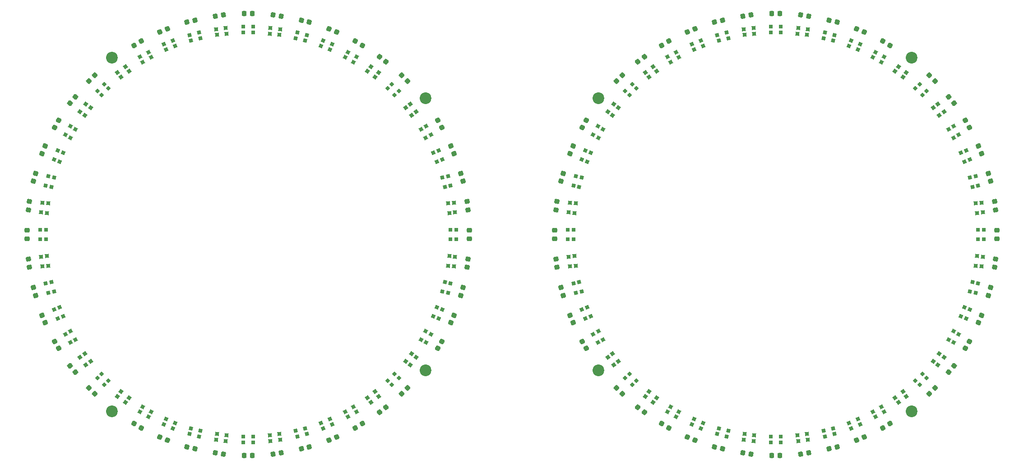
<source format=gts>
G04 #@! TF.GenerationSoftware,KiCad,Pcbnew,8.0.4*
G04 #@! TF.CreationDate,2025-02-16T16:38:41+11:00*
G04 #@! TF.ProjectId,LGS_FrontPCB,4c47535f-4672-46f6-9e74-5043422e6b69,rev?*
G04 #@! TF.SameCoordinates,Original*
G04 #@! TF.FileFunction,Soldermask,Top*
G04 #@! TF.FilePolarity,Negative*
%FSLAX46Y46*%
G04 Gerber Fmt 4.6, Leading zero omitted, Abs format (unit mm)*
G04 Created by KiCad (PCBNEW 8.0.4) date 2025-02-16 16:38:41*
%MOMM*%
%LPD*%
G01*
G04 APERTURE LIST*
G04 Aperture macros list*
%AMRoundRect*
0 Rectangle with rounded corners*
0 $1 Rounding radius*
0 $2 $3 $4 $5 $6 $7 $8 $9 X,Y pos of 4 corners*
0 Add a 4 corners polygon primitive as box body*
4,1,4,$2,$3,$4,$5,$6,$7,$8,$9,$2,$3,0*
0 Add four circle primitives for the rounded corners*
1,1,$1+$1,$2,$3*
1,1,$1+$1,$4,$5*
1,1,$1+$1,$6,$7*
1,1,$1+$1,$8,$9*
0 Add four rect primitives between the rounded corners*
20,1,$1+$1,$2,$3,$4,$5,0*
20,1,$1+$1,$4,$5,$6,$7,0*
20,1,$1+$1,$6,$7,$8,$9,0*
20,1,$1+$1,$8,$9,$2,$3,0*%
%AMRotRect*
0 Rectangle, with rotation*
0 The origin of the aperture is its center*
0 $1 length*
0 $2 width*
0 $3 Rotation angle, in degrees counterclockwise*
0 Add horizontal line*
21,1,$1,$2,0,0,$3*%
G04 Aperture macros list end*
%ADD10RotRect,0.700000X0.700000X262.500000*%
%ADD11RotRect,0.700000X0.700000X255.000000*%
%ADD12RotRect,0.700000X0.700000X247.500000*%
%ADD13RotRect,0.700000X0.700000X240.000000*%
%ADD14RotRect,0.700000X0.700000X232.500000*%
%ADD15RotRect,0.700000X0.700000X225.000000*%
%ADD16RotRect,0.700000X0.700000X217.500000*%
%ADD17RotRect,0.700000X0.700000X210.000000*%
%ADD18RotRect,0.700000X0.700000X202.500000*%
%ADD19RotRect,0.700000X0.700000X195.000000*%
%ADD20RotRect,0.700000X0.700000X187.500000*%
%ADD21R,0.700000X0.700000*%
%ADD22RotRect,0.700000X0.700000X172.500000*%
%ADD23RotRect,0.700000X0.700000X165.000000*%
%ADD24RotRect,0.700000X0.700000X157.500000*%
%ADD25RotRect,0.700000X0.700000X150.000000*%
%ADD26RotRect,0.700000X0.700000X142.500000*%
%ADD27RotRect,0.700000X0.700000X135.000000*%
%ADD28RotRect,0.700000X0.700000X127.500000*%
%ADD29RotRect,0.700000X0.700000X120.000000*%
%ADD30RotRect,0.700000X0.700000X112.500000*%
%ADD31RotRect,0.700000X0.700000X105.000000*%
%ADD32RotRect,0.700000X0.700000X97.500000*%
%ADD33RotRect,0.700000X0.700000X82.500000*%
%ADD34RotRect,0.700000X0.700000X75.000000*%
%ADD35RotRect,0.700000X0.700000X67.500000*%
%ADD36RotRect,0.700000X0.700000X60.000000*%
%ADD37RotRect,0.700000X0.700000X52.500000*%
%ADD38RotRect,0.700000X0.700000X45.000000*%
%ADD39RotRect,0.700000X0.700000X37.500000*%
%ADD40RotRect,0.700000X0.700000X30.000000*%
%ADD41RotRect,0.700000X0.700000X22.500000*%
%ADD42RotRect,0.700000X0.700000X15.000000*%
%ADD43RotRect,0.700000X0.700000X7.500000*%
%ADD44RotRect,0.700000X0.700000X352.500000*%
%ADD45RotRect,0.700000X0.700000X345.000000*%
%ADD46RotRect,0.700000X0.700000X337.500000*%
%ADD47RotRect,0.700000X0.700000X330.000000*%
%ADD48RotRect,0.700000X0.700000X322.500000*%
%ADD49RotRect,0.700000X0.700000X315.000000*%
%ADD50RotRect,0.700000X0.700000X307.500000*%
%ADD51RotRect,0.700000X0.700000X300.000000*%
%ADD52RotRect,0.700000X0.700000X292.500000*%
%ADD53RotRect,0.700000X0.700000X285.000000*%
%ADD54RotRect,0.700000X0.700000X277.500000*%
%ADD55RoundRect,0.225000X0.218493X-0.255707X0.277230X0.190444X-0.218493X0.255707X-0.277230X-0.190444X0*%
%ADD56RoundRect,0.225000X0.183247X-0.282038X0.299716X0.152629X-0.183247X0.282038X-0.299716X-0.152629X0*%
%ADD57RoundRect,0.225000X0.144866X-0.303544X0.317074X0.112202X-0.144866X0.303544X-0.317074X-0.112202X0*%
%ADD58RoundRect,0.225000X0.104006X-0.319856X0.329006X0.069856X-0.104006X0.319856X-0.329006X-0.069856X0*%
%ADD59RoundRect,0.225000X0.017678X-0.335876X0.335876X-0.017678X-0.017678X0.335876X-0.335876X0.017678X0*%
%ADD60RoundRect,0.225000X-0.069856X-0.329006X0.319856X-0.104006X0.069856X0.329006X-0.319856X0.104006X0*%
%ADD61RoundRect,0.225000X-0.112202X-0.317074X0.303544X-0.144866X0.112202X0.317074X-0.303544X0.144866X0*%
%ADD62RoundRect,0.225000X-0.152629X-0.299716X0.282038X-0.183247X0.152629X0.299716X-0.282038X0.183247X0*%
%ADD63RoundRect,0.225000X-0.190444X-0.277230X0.255707X-0.218493X0.190444X0.277230X-0.255707X0.218493X0*%
%ADD64RoundRect,0.225000X-0.225000X-0.250000X0.225000X-0.250000X0.225000X0.250000X-0.225000X0.250000X0*%
%ADD65RoundRect,0.225000X-0.255707X-0.218493X0.190444X-0.277230X0.255707X0.218493X-0.190444X0.277230X0*%
%ADD66RoundRect,0.225000X-0.282038X-0.183247X0.152629X-0.299716X0.282038X0.183247X-0.152629X0.299716X0*%
%ADD67RoundRect,0.225000X-0.303544X-0.144866X0.112202X-0.317074X0.303544X0.144866X-0.112202X0.317074X0*%
%ADD68RoundRect,0.225000X-0.319856X-0.104006X0.069856X-0.329006X0.319856X0.104006X-0.069856X0.329006X0*%
%ADD69RoundRect,0.225000X-0.335876X-0.017678X-0.017678X-0.335876X0.335876X0.017678X0.017678X0.335876X0*%
%ADD70RoundRect,0.225000X-0.335310X0.026314X-0.061367X-0.330695X0.335310X-0.026314X0.061367X0.330695X0*%
%ADD71RoundRect,0.225000X-0.329006X0.069856X-0.104006X-0.319856X0.329006X-0.069856X0.104006X0.319856X0*%
%ADD72RoundRect,0.225000X-0.317074X0.112202X-0.144866X-0.303544X0.317074X-0.112202X0.144866X0.303544X0*%
%ADD73RoundRect,0.225000X-0.299716X0.152629X-0.183247X-0.282038X0.299716X-0.152629X0.183247X0.282038X0*%
%ADD74RoundRect,0.225000X-0.277230X0.190444X-0.218493X-0.255707X0.277230X-0.190444X0.218493X0.255707X0*%
%ADD75RoundRect,0.225000X-0.250000X0.225000X-0.250000X-0.225000X0.250000X-0.225000X0.250000X0.225000X0*%
%ADD76RoundRect,0.225000X-0.218493X0.255707X-0.277230X-0.190444X0.218493X-0.255707X0.277230X0.190444X0*%
%ADD77RoundRect,0.225000X-0.183247X0.282038X-0.299716X-0.152629X0.183247X-0.282038X0.299716X0.152629X0*%
%ADD78RoundRect,0.225000X-0.144866X0.303544X-0.317074X-0.112202X0.144866X-0.303544X0.317074X0.112202X0*%
%ADD79RoundRect,0.225000X-0.104006X0.319856X-0.329006X-0.069856X0.104006X-0.319856X0.329006X0.069856X0*%
%ADD80RoundRect,0.225000X-0.061367X0.330695X-0.335310X-0.026314X0.061367X-0.330695X0.335310X0.026314X0*%
%ADD81RoundRect,0.225000X-0.017678X0.335876X-0.335876X0.017678X0.017678X-0.335876X0.335876X-0.017678X0*%
%ADD82RoundRect,0.225000X0.069856X0.329006X-0.319856X0.104006X-0.069856X-0.329006X0.319856X-0.104006X0*%
%ADD83RoundRect,0.225000X0.112202X0.317074X-0.303544X0.144866X-0.112202X-0.317074X0.303544X-0.144866X0*%
%ADD84RoundRect,0.225000X0.152629X0.299716X-0.282038X0.183247X-0.152629X-0.299716X0.282038X-0.183247X0*%
%ADD85RoundRect,0.225000X0.190444X0.277230X-0.255707X0.218493X-0.190444X-0.277230X0.255707X-0.218493X0*%
%ADD86RoundRect,0.225000X0.225000X0.250000X-0.225000X0.250000X-0.225000X-0.250000X0.225000X-0.250000X0*%
%ADD87RoundRect,0.225000X0.255707X0.218493X-0.190444X0.277230X-0.255707X-0.218493X0.190444X-0.277230X0*%
%ADD88RoundRect,0.225000X0.282038X0.183247X-0.152629X0.299716X-0.282038X-0.183247X0.152629X-0.299716X0*%
%ADD89RoundRect,0.225000X0.303544X0.144866X-0.112202X0.317074X-0.303544X-0.144866X0.112202X-0.317074X0*%
%ADD90RoundRect,0.225000X0.319856X0.104006X-0.069856X0.329006X-0.319856X-0.104006X0.069856X-0.329006X0*%
%ADD91RoundRect,0.225000X0.330695X0.061367X-0.026314X0.335310X-0.330695X-0.061367X0.026314X-0.335310X0*%
%ADD92RoundRect,0.225000X0.335876X0.017678X0.017678X0.335876X-0.335876X-0.017678X-0.017678X-0.335876X0*%
%ADD93RoundRect,0.225000X0.329006X-0.069856X0.104006X0.319856X-0.329006X0.069856X-0.104006X-0.319856X0*%
%ADD94RoundRect,0.225000X0.317074X-0.112202X0.144866X0.303544X-0.317074X0.112202X-0.144866X-0.303544X0*%
%ADD95RoundRect,0.225000X0.299716X-0.152629X0.183247X0.282038X-0.299716X0.152629X-0.183247X-0.282038X0*%
%ADD96RoundRect,0.225000X0.277230X-0.190444X0.218493X0.255707X-0.277230X0.190444X-0.218493X-0.255707X0*%
%ADD97RoundRect,0.225000X0.250000X-0.225000X0.250000X0.225000X-0.250000X0.225000X-0.250000X-0.225000X0*%
%ADD98RoundRect,0.225000X0.335310X-0.026314X0.061367X0.330695X-0.335310X0.026314X-0.061367X-0.330695X0*%
%ADD99RoundRect,0.225000X-0.330695X-0.061367X0.026314X-0.335310X0.330695X0.061367X-0.026314X0.335310X0*%
%ADD100C,2.200000*%
%ADD101RoundRect,0.225000X-0.026314X-0.335310X0.330695X-0.061367X0.026314X0.335310X-0.330695X0.061367X0*%
%ADD102RoundRect,0.225000X0.061367X-0.330695X0.335310X0.026314X-0.061367X0.330695X-0.335310X-0.026314X0*%
%ADD103RoundRect,0.225000X0.026314X0.335310X-0.330695X0.061367X-0.026314X-0.335310X0.330695X-0.061367X0*%
G04 APERTURE END LIST*
D10*
X-60403510Y-6004220D03*
X-61494094Y-5860645D03*
X-61255236Y-4046298D03*
X-60164652Y-4189873D03*
D11*
X-61517416Y-10990707D03*
X-62579930Y-10706010D03*
X-62106296Y-8938361D03*
X-61043782Y-9223058D03*
D12*
X-63272659Y-15789138D03*
X-64288923Y-15368192D03*
X-63588617Y-13677488D03*
X-62572353Y-14098434D03*
D13*
X-65639207Y-20317414D03*
X-66591833Y-19767420D03*
X-65676837Y-18182588D03*
X-64724211Y-18732582D03*
D14*
X-68576568Y-24498053D03*
X-69449256Y-23828422D03*
X-68335226Y-22376579D03*
X-67462538Y-23046210D03*
D15*
X-72034480Y-28259521D03*
X-72812297Y-27481711D03*
X-71518294Y-26187699D03*
X-70740477Y-26965509D03*
D16*
X-75953784Y-31537465D03*
X-76623422Y-30664783D03*
X-75171586Y-29550743D03*
X-74501948Y-30423425D03*
D17*
X-80267411Y-34275792D03*
X-80817412Y-33323171D03*
X-79232585Y-32408164D03*
X-78682584Y-33360785D03*
D18*
X-84901560Y-36427651D03*
X-85322512Y-35411390D03*
X-83631812Y-34711073D03*
X-83210860Y-35727334D03*
D19*
X-89776937Y-37956224D03*
X-90061638Y-36893709D03*
X-88293993Y-36420066D03*
X-88009292Y-37482581D03*
D20*
X-94810123Y-38835354D03*
X-94953704Y-37744771D03*
X-93139357Y-37505902D03*
X-92995776Y-38596485D03*
D21*
X-99915000Y-39050000D03*
X-99915003Y-37950006D03*
X-98085000Y-37950000D03*
X-98084997Y-39049994D03*
D22*
X-105004218Y-38596491D03*
X-104860643Y-37505907D03*
X-103046296Y-37744765D03*
X-103189871Y-38835349D03*
D23*
X-109990705Y-37482585D03*
X-109706008Y-36420071D03*
X-107938359Y-36893705D03*
X-108223056Y-37956219D03*
D24*
X-114789136Y-35727342D03*
X-114368190Y-34711078D03*
X-112677486Y-35411384D03*
X-113098432Y-36427648D03*
D25*
X-119317412Y-33360794D03*
X-118767418Y-32408168D03*
X-117182586Y-33323164D03*
X-117732580Y-34275790D03*
D26*
X-123498052Y-30423433D03*
X-122828421Y-29550745D03*
X-121376578Y-30664775D03*
X-122046209Y-31537463D03*
D27*
X-127259521Y-26965520D03*
X-126481711Y-26187703D03*
X-125187699Y-27481706D03*
X-125965509Y-28259523D03*
D28*
X-130537464Y-23046217D03*
X-129664782Y-22376579D03*
X-128550742Y-23828415D03*
X-129423424Y-24498053D03*
D29*
X-133275792Y-18732587D03*
X-132323171Y-18182586D03*
X-131408164Y-19767413D03*
X-132360785Y-20317414D03*
D30*
X-135427651Y-14098439D03*
X-134411390Y-13677487D03*
X-133711073Y-15368187D03*
X-134727334Y-15789139D03*
D31*
X-136956223Y-9223062D03*
X-135893708Y-8938361D03*
X-135420065Y-10706006D03*
X-136482580Y-10990707D03*
D32*
X-137835353Y-4189876D03*
X-136744770Y-4046295D03*
X-136505901Y-5860642D03*
X-137596484Y-6004223D03*
D21*
X-138050000Y915000D03*
X-136950006Y915003D03*
X-136950000Y-915000D03*
X-138049994Y-915003D03*
D33*
X-137596490Y6004219D03*
X-136505906Y5860644D03*
X-136744764Y4046297D03*
X-137835348Y4189872D03*
D34*
X-136482584Y10990706D03*
X-135420070Y10706009D03*
X-135893704Y8938360D03*
X-136956218Y9223057D03*
D35*
X-134727341Y15789137D03*
X-133711077Y15368191D03*
X-134411383Y13677487D03*
X-135427647Y14098433D03*
D36*
X-132360793Y20317413D03*
X-131408167Y19767419D03*
X-132323163Y18182587D03*
X-133275789Y18732581D03*
D37*
X-129423434Y24498051D03*
X-128550746Y23828420D03*
X-129664776Y22376577D03*
X-130537464Y23046208D03*
D38*
X-125965518Y28259522D03*
X-125187701Y27481712D03*
X-126481704Y26187700D03*
X-127259521Y26965510D03*
D39*
X-122046218Y31537464D03*
X-121376580Y30664782D03*
X-122828416Y29550742D03*
X-123498054Y30423424D03*
D40*
X-117732586Y34275792D03*
X-117182585Y33323171D03*
X-118767412Y32408164D03*
X-119317413Y33360785D03*
D41*
X-113098438Y36427651D03*
X-112677486Y35411390D03*
X-114368186Y34711073D03*
X-114789138Y35727334D03*
D42*
X-108223061Y37956223D03*
X-107938360Y36893708D03*
X-109706005Y36420065D03*
X-109990706Y37482580D03*
D43*
X-103189875Y38835353D03*
X-103046294Y37744770D03*
X-104860641Y37505901D03*
X-105004222Y38596484D03*
D21*
X-98085000Y39050000D03*
X-98084997Y37950006D03*
X-99915000Y37950000D03*
X-99915003Y39049994D03*
D44*
X-92995781Y38596490D03*
X-93139356Y37505906D03*
X-94953703Y37744764D03*
X-94810128Y38835348D03*
D45*
X-88009294Y37482584D03*
X-88293991Y36420070D03*
X-90061640Y36893704D03*
X-89776943Y37956218D03*
D46*
X-83210863Y35727341D03*
X-83631809Y34711077D03*
X-85322513Y35411383D03*
X-84901567Y36427647D03*
D47*
X-78682587Y33360793D03*
X-79232581Y32408167D03*
X-80817413Y33323163D03*
X-80267419Y34275789D03*
D48*
X-74501949Y30423434D03*
X-75171580Y29550746D03*
X-76623423Y30664776D03*
X-75953792Y31537464D03*
D49*
X-70740478Y26965518D03*
X-71518288Y26187701D03*
X-72812300Y27481704D03*
X-72034490Y28259521D03*
D50*
X-67462536Y23046218D03*
X-68335218Y22376580D03*
X-69449258Y23828416D03*
X-68576576Y24498054D03*
D51*
X-64724208Y18732587D03*
X-65676829Y18182586D03*
X-66591836Y19767413D03*
X-65639215Y20317414D03*
D52*
X-62572349Y14098438D03*
X-63588610Y13677486D03*
X-64288927Y15368186D03*
X-63272666Y15789138D03*
D53*
X-61043777Y9223061D03*
X-62106292Y8938360D03*
X-62579935Y10706005D03*
X-61517420Y10990706D03*
D54*
X-60164647Y4189875D03*
X-61255230Y4046294D03*
X-61494099Y5860641D03*
X-60403516Y6004222D03*
D21*
X-59950000Y-915000D03*
X-61049994Y-915003D03*
X-61050000Y915000D03*
X-59950006Y915003D03*
D33*
X-38596487Y6004219D03*
X-37505900Y5860643D03*
X-37744767Y4046297D03*
X-38835354Y4189873D03*
D34*
X-37482584Y10990706D03*
X-36420063Y10706005D03*
X-36893704Y8938360D03*
X-37956225Y9223061D03*
D35*
X-35727340Y15789137D03*
X-34711071Y15368186D03*
X-35411384Y13677487D03*
X-36427653Y14098438D03*
D36*
X-33360793Y20317413D03*
X-32408163Y19767412D03*
X-33323163Y18182587D03*
X-34275793Y18732588D03*
D37*
X-30423432Y24498051D03*
X-29550741Y23828414D03*
X-30664774Y22376577D03*
X-31537465Y23046214D03*
D38*
X-26965518Y28259522D03*
X-26187698Y27481704D03*
X-27481704Y26187700D03*
X-28259524Y26965518D03*
D39*
X-23046216Y31537462D03*
X-22376578Y30664773D03*
X-23828416Y29550742D03*
X-24498054Y30423431D03*
D40*
X-18732589Y34275792D03*
X-18182585Y33323164D03*
X-19767411Y32408164D03*
X-20317415Y33360792D03*
D41*
X-14098437Y36427649D03*
X-13677485Y35411383D03*
X-15368187Y34711075D03*
X-15789139Y35727341D03*
D42*
X-9223061Y37956223D03*
X-8938359Y36893705D03*
X-10706005Y36420065D03*
X-10990707Y37482583D03*
D43*
X-4189875Y38835353D03*
X-4046296Y37744762D03*
X-5860641Y37505901D03*
X-6004220Y38596492D03*
D21*
X915000Y39050000D03*
X915001Y37949998D03*
X-915000Y37950000D03*
X-915001Y39050002D03*
D44*
X6004219Y38596487D03*
X5860643Y37505900D03*
X4046297Y37744767D03*
X4189873Y38835354D03*
D45*
X10990706Y37482584D03*
X10706005Y36420063D03*
X8938360Y36893704D03*
X9223061Y37956225D03*
D46*
X15789137Y35727340D03*
X15368186Y34711071D03*
X13677487Y35411384D03*
X14098438Y36427653D03*
D47*
X20317413Y33360793D03*
X19767412Y32408163D03*
X18182587Y33323163D03*
X18732588Y34275793D03*
D48*
X24498051Y30423432D03*
X23828414Y29550741D03*
X22376577Y30664774D03*
X23046214Y31537465D03*
D49*
X28259522Y26965518D03*
X27481704Y26187698D03*
X26187700Y27481704D03*
X26965518Y28259524D03*
D50*
X31537462Y23046216D03*
X30664773Y22376578D03*
X29550742Y23828416D03*
X30423431Y24498054D03*
D51*
X34275792Y18732589D03*
X33323164Y18182585D03*
X32408164Y19767411D03*
X33360792Y20317415D03*
D52*
X36427649Y14098437D03*
X35411383Y13677485D03*
X34711075Y15368187D03*
X35727341Y15789139D03*
D53*
X37956223Y9223061D03*
X36893705Y8938359D03*
X36420065Y10706005D03*
X37482583Y10990707D03*
D54*
X38835353Y4189875D03*
X37744762Y4046296D03*
X37505901Y5860641D03*
X38596492Y6004220D03*
D21*
X39050000Y-915000D03*
X37949998Y-915001D03*
X37950000Y915000D03*
X39050002Y915001D03*
D10*
X38596487Y-6004219D03*
X37505900Y-5860643D03*
X37744767Y-4046297D03*
X38835354Y-4189873D03*
D11*
X37482584Y-10990706D03*
X36420063Y-10706005D03*
X36893704Y-8938360D03*
X37956225Y-9223061D03*
D12*
X35727340Y-15789137D03*
X34711071Y-15368186D03*
X35411384Y-13677487D03*
X36427653Y-14098438D03*
D13*
X33360793Y-20317412D03*
X32408163Y-19767411D03*
X33323163Y-18182586D03*
X34275793Y-18732587D03*
D14*
X30423432Y-24498051D03*
X29550741Y-23828414D03*
X30664774Y-22376577D03*
X31537465Y-23046214D03*
D15*
X26965518Y-28259522D03*
X26187698Y-27481704D03*
X27481704Y-26187700D03*
X28259524Y-26965518D03*
D16*
X23046216Y-31537462D03*
X22376578Y-30664773D03*
X23828416Y-29550742D03*
X24498054Y-30423431D03*
D17*
X18732588Y-34275792D03*
X18182584Y-33323164D03*
X19767410Y-32408164D03*
X20317414Y-33360792D03*
D18*
X14098437Y-36427649D03*
X13677485Y-35411383D03*
X15368187Y-34711075D03*
X15789139Y-35727341D03*
D19*
X9223061Y-37956223D03*
X8938359Y-36893705D03*
X10706005Y-36420065D03*
X10990707Y-37482583D03*
D20*
X4189875Y-38835353D03*
X4046296Y-37744762D03*
X5860641Y-37505901D03*
X6004220Y-38596492D03*
D21*
X-915000Y-39050000D03*
X-915001Y-37949998D03*
X915000Y-37950000D03*
X915001Y-39050002D03*
D22*
X-6004219Y-38596487D03*
X-5860643Y-37505900D03*
X-4046297Y-37744767D03*
X-4189873Y-38835354D03*
D23*
X-10990706Y-37482584D03*
X-10706005Y-36420063D03*
X-8938360Y-36893704D03*
X-9223061Y-37956225D03*
D24*
X-15789137Y-35727340D03*
X-15368186Y-34711071D03*
X-13677487Y-35411384D03*
X-14098438Y-36427653D03*
D25*
X-20317413Y-33360793D03*
X-19767412Y-32408163D03*
X-18182587Y-33323163D03*
X-18732588Y-34275793D03*
D26*
X-24498051Y-30423432D03*
X-23828414Y-29550741D03*
X-22376577Y-30664774D03*
X-23046214Y-31537465D03*
D27*
X-28259522Y-26965518D03*
X-27481704Y-26187698D03*
X-26187700Y-27481704D03*
X-26965518Y-28259524D03*
D28*
X-31537462Y-23046216D03*
X-30664773Y-22376578D03*
X-29550742Y-23828416D03*
X-30423431Y-24498054D03*
D29*
X-34275792Y-18732588D03*
X-33323164Y-18182584D03*
X-32408164Y-19767410D03*
X-33360792Y-20317414D03*
D30*
X-36427649Y-14098437D03*
X-35411383Y-13677485D03*
X-34711075Y-15368187D03*
X-35727341Y-15789139D03*
D31*
X-37956223Y-9223061D03*
X-36893705Y-8938359D03*
X-36420065Y-10706005D03*
X-37482583Y-10990707D03*
D32*
X-38835353Y-4189875D03*
X-37744762Y-4046296D03*
X-37505901Y-5860641D03*
X-38596492Y-6004220D03*
D21*
X-39050000Y915000D03*
X-37949998Y915001D03*
X-37950000Y-915000D03*
X-39050002Y-915001D03*
D55*
X-57753884Y-4648465D03*
X-57956200Y-6185205D03*
D56*
X-58713494Y-9992395D03*
X-59114664Y-11489581D03*
D57*
X-60362420Y-15165353D03*
X-60955580Y-16597367D03*
D58*
X-62672446Y-20078828D03*
X-63447446Y-21421168D03*
D59*
X-69107060Y-28796921D03*
X-70203076Y-29892937D03*
D60*
X-77578829Y-35552552D03*
X-78921169Y-36327552D03*
D61*
X-82402629Y-38044419D03*
X-83834643Y-38637579D03*
D62*
X-87510415Y-39885335D03*
X-89007601Y-40286505D03*
D63*
X-92814791Y-41043802D03*
X-94351531Y-41246118D03*
D64*
X-98224998Y-41499998D03*
X-99774998Y-41499998D03*
D65*
X-103648464Y-41246116D03*
X-105185204Y-41043800D03*
D66*
X-108992395Y-40286505D03*
X-110489581Y-39885335D03*
D67*
X-114165353Y-38637579D03*
X-115597367Y-38044419D03*
D68*
X-119078827Y-36327553D03*
X-120421167Y-35552553D03*
D69*
X-127796920Y-29892939D03*
X-128892936Y-28796923D03*
D70*
X-131452370Y-25878448D03*
X-132395950Y-24648750D03*
D71*
X-134552550Y-21421168D03*
X-135327550Y-20078828D03*
D72*
X-137044416Y-16597368D03*
X-137637576Y-15165354D03*
D73*
X-138885332Y-11489583D03*
X-139286502Y-9992397D03*
D74*
X-140043800Y-6185207D03*
X-140246116Y-4648467D03*
D75*
X-140499998Y-775002D03*
X-140499998Y774998D03*
D76*
X-140246115Y4648465D03*
X-140043799Y6185205D03*
D77*
X-139286503Y9992395D03*
X-138885333Y11489581D03*
D78*
X-137637577Y15165353D03*
X-137044417Y16597367D03*
D79*
X-135327551Y20078827D03*
X-134552551Y21421167D03*
D80*
X-132395951Y24648747D03*
X-131452371Y25878445D03*
D81*
X-128892937Y28796920D03*
X-127796921Y29892936D03*
D82*
X-120421169Y35552551D03*
X-119078829Y36327551D03*
D83*
X-115597369Y38044417D03*
X-114165355Y38637577D03*
D84*
X-110489583Y39885333D03*
X-108992397Y40286503D03*
D85*
X-105185209Y41043802D03*
X-103648469Y41246118D03*
D86*
X-99775002Y41499998D03*
X-98225002Y41499998D03*
D87*
X-94351535Y41246115D03*
X-92814795Y41043799D03*
D88*
X-89007605Y40286503D03*
X-87510419Y39885333D03*
D89*
X-83834647Y38637577D03*
X-82402633Y38044417D03*
D90*
X-78921173Y36327551D03*
X-77578833Y35552551D03*
D91*
X-74351253Y33395951D03*
X-73121555Y32452371D03*
D92*
X-70203080Y29892937D03*
X-69107064Y28796921D03*
D93*
X-63447450Y21421168D03*
X-62672450Y20078828D03*
D94*
X-60955583Y16597369D03*
X-60362423Y15165355D03*
D95*
X-59114667Y11489583D03*
X-58713497Y9992397D03*
D96*
X-57956198Y6185209D03*
X-57753882Y4648469D03*
D97*
X-57500002Y775002D03*
X-57500002Y-774998D03*
D76*
X-41246119Y4648467D03*
X-41043803Y6185207D03*
D77*
X-40286505Y9992398D03*
X-39885335Y11489584D03*
D78*
X-38637579Y15165356D03*
X-38044419Y16597370D03*
D79*
X-36327553Y20078830D03*
X-35552553Y21421170D03*
D81*
X-29892938Y28796923D03*
X-28796922Y29892939D03*
D82*
X-21421169Y35552554D03*
X-20078829Y36327554D03*
D83*
X-16597368Y38044419D03*
X-15165354Y38637579D03*
D84*
X-11489582Y39885335D03*
X-9992396Y40286505D03*
D85*
X-6185205Y41043802D03*
X-4648465Y41246118D03*
D86*
X-774999Y41499999D03*
X775001Y41499999D03*
D87*
X4648467Y41246119D03*
X6185207Y41043803D03*
D88*
X9992398Y40286505D03*
X11489584Y39885335D03*
D89*
X15165356Y38637579D03*
X16597370Y38044419D03*
D90*
X20078830Y36327553D03*
X21421170Y35552553D03*
D92*
X28796923Y29892938D03*
X29892939Y28796922D03*
D98*
X32452373Y25878447D03*
X33395953Y24648749D03*
D93*
X35552554Y21421169D03*
X36327554Y20078829D03*
D94*
X38044419Y16597368D03*
X38637579Y15165354D03*
D95*
X39885335Y11489582D03*
X40286505Y9992396D03*
D96*
X41043802Y6185205D03*
X41246118Y4648465D03*
D97*
X41499999Y774999D03*
X41499999Y-775001D03*
D55*
X41246119Y-4648467D03*
X41043803Y-6185207D03*
D56*
X40286505Y-9992398D03*
X39885335Y-11489584D03*
D57*
X38637579Y-15165356D03*
X38044419Y-16597370D03*
D58*
X36327554Y-20078830D03*
X35552554Y-21421170D03*
D59*
X29892938Y-28796923D03*
X28796922Y-29892939D03*
D60*
X21421168Y-35552553D03*
X20078828Y-36327553D03*
D61*
X16597368Y-38044419D03*
X15165354Y-38637579D03*
D62*
X11489582Y-39885335D03*
X9992396Y-40286505D03*
D63*
X6185205Y-41043802D03*
X4648465Y-41246118D03*
D64*
X774999Y-41499999D03*
X-775001Y-41499999D03*
D65*
X-4648467Y-41246119D03*
X-6185207Y-41043803D03*
D66*
X-9992398Y-40286505D03*
X-11489584Y-39885335D03*
D67*
X-15165356Y-38637579D03*
X-16597370Y-38044419D03*
D68*
X-20078830Y-36327553D03*
X-21421170Y-35552553D03*
D99*
X-24648750Y-33395952D03*
X-25878448Y-32452372D03*
D69*
X-28796923Y-29892938D03*
X-29892939Y-28796922D03*
D71*
X-35552553Y-21421168D03*
X-36327553Y-20078828D03*
D72*
X-38044419Y-16597368D03*
X-38637579Y-15165354D03*
D73*
X-39885335Y-11489582D03*
X-40286505Y-9992396D03*
D74*
X-41043802Y-6185205D03*
X-41246118Y-4648465D03*
D75*
X-41499999Y775001D03*
X-41499999Y-774999D03*
D100*
X-124568000Y-33264000D03*
X-124568000Y33264000D03*
X-65679000Y-25568000D03*
X-65679000Y25568000D03*
X-33321000Y25568000D03*
X-33321000Y-25568000D03*
X25511000Y-33264000D03*
X25511000Y33264000D03*
D101*
X-73121551Y-32452371D03*
X-74351249Y-33395951D03*
D102*
X33395952Y-24648750D03*
X32452372Y-25878448D03*
D103*
X-25878447Y32452373D03*
X-24648749Y33395953D03*
M02*

</source>
